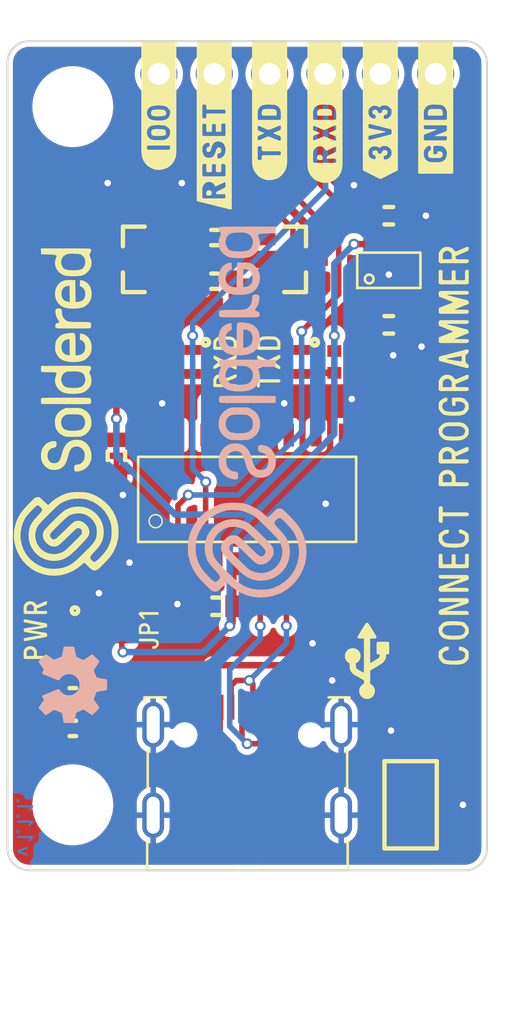
<source format=kicad_pcb>
(kicad_pcb (version 20210623) (generator pcbnew)
  (layers (0 "F.Cu" mixed) (31 "B.Cu" signal) (34 "B.Paste" user) (35 "F.Paste" user) (36 "B.SilkS" user "B.Silkscreen") (37 "F.SilkS" user "F.Silkscreen") (38 "B.Mask" user) (39 "F.Mask" user) (44 "Edge.Cuts" user))
  (net 0 "")
  (net 1 "VUSB")
  (net 2 "GND")
  (net 3 "+3V3")
  (net 4 "TXD0")
  (net 5 "Net-(D1-Pad1)")
  (net 6 "RXD0")
  (net 7 "Net-(D2-Pad1)")
  (net 8 "Net-(D3-Pad1)")
  (net 10 "D-")
  (net 11 "D+")
  (net 12 "Net-(K1-PadB5)")
  (net 14 "Net-(K1-PadA5)")
  (net 15 "RESET")
  (net 16 "IO0")
  (net 17 "RTS")
  (net 18 "Net-(Q1-Pad1)")
  (net 19 "DTR")
  (net 20 "Net-(Q2-Pad1)")
  (net 27 "Net-(F1-Pad2)")
  (net 28 "Net-(JP1-Pad2)")
  (footprint "buzzardLabel" (layer "F.Cu") (at 102 106.7 90)
    (fp_text reference "" (at 0 0 90) (layer "F.SilkS") (effects (font (size 1.27 1.27))))
    (fp_text value "" (at 0 0 90) (layer "F.SilkS") (effects (font (size 1.27 1.27))))
  )
  (footprint "Soldered Graphics:Logo-Back-SolderedFULL-17mm" (layer "F.Cu") (at 101 109 -90)
    (fp_text reference "REF**" hide)
    (fp_text value "Logo-Front-SolderedFULL-17mm" hide)
  )
  (footprint "e-radionica.com footprinti:U262-161N-4BVC11" (layer "F.Cu") (at 101 125)
    (fp_text reference "K1")
    (fp_text value "U262-161N-4BVC11")
    (pad "" np_thru_hole circle locked (at 2.913 -1.2) (size 0.65 0.65) (drill 0.65) (layers F&B.Cu *.Mask))
    (pad "" np_thru_hole circle locked (at -2.862 -1.2) (size 0.65 0.65) (drill 0.65) (layers F&B.Cu *.Mask))
    (pad "A1" smd rect locked (at -3.337 -2.475) (size 0.3 1.15) (layers "F.Cu" "F.Paste" "F.Mask") (net 2 "GND"))
    (pad "A4" smd rect locked (at -2.537 -2.475) (size 0.3 1.15) (layers "F.Cu" "F.Paste" "F.Mask") (net 27 "Net-(F1-Pad2)"))
    (pad "A5" smd rect locked (at -1.237 -2.475) (size 0.3 1.15) (layers "F.Cu" "F.Paste" "F.Mask") (net 14 "Net-(K1-PadA5)"))
    (pad "A6" smd rect locked (at -0.237 -2.475) (size 0.3 1.15) (layers "F.Cu" "F.Paste" "F.Mask") (net 11 "D+"))
    (pad "A7" smd rect locked (at 0.263 -2.475) (size 0.3 1.15) (layers "F.Cu" "F.Paste" "F.Mask") (net 10 "D-"))
    (pad "A8" smd rect locked (at 1.263 -2.475) (size 0.3 1.15) (layers "F.Cu" "F.Paste" "F.Mask"))
    (pad "A9" smd rect locked (at 2.563 -2.475) (size 0.3 1.15) (layers "F.Cu" "F.Paste" "F.Mask") (net 27 "Net-(F1-Pad2)"))
    (pad "A12" smd rect locked (at 3.338 -2.475) (size 0.3 1.15) (layers "F.Cu" "F.Paste" "F.Mask") (net 2 "GND"))
    (pad "B1" smd rect locked (at 3.138 -2.475) (size 0.3 1.15) (layers "F.Cu" "F.Paste" "F.Mask") (net 2 "GND"))
    (pad "B4" smd rect locked (at 2.363 -2.475) (size 0.3 1.15) (layers "F.Cu" "F.Paste" "F.Mask") (net 27 "Net-(F1-Pad2)"))
    (pad "B5" smd rect locked (at 1.763 -2.475) (size 0.3 1.15) (layers "F.Cu" "F.Paste" "F.Mask") (net 12 "Net-(K1-PadB5)"))
    (pad "B6" smd rect locked (at 0.763 -2.475) (size 0.3 1.15) (layers "F.Cu" "F.Paste" "F.Mask") (net 11 "D+"))
    (pad "B7" smd rect locked (at -0.737 -2.475) (size 0.3 1.15) (layers "F.Cu" "F.Paste" "F.Mask") (net 10 "D-"))
    (pad "B8" smd rect locked (at -1.737 -2.475) (size 0.3 1.15) (layers "F.Cu" "F.Paste" "F.Mask"))
    (pad "B9" smd rect locked (at -2.337 -2.475) (size 0.3 1.15) (layers "F.Cu" "F.Paste" "F.Mask") (net 27 "Net-(F1-Pad2)"))
    (pad "B12" smd rect locked (at -3.112 -2.475) (size 0.3 1.15) (layers "F.Cu" "F.Paste" "F.Mask") (net 2 "GND"))
    (pad "SH" thru_hole oval locked (at 4.313 -1.675) (size 1 2.1) (drill oval 0.6 1.7) (layers *.Cu *.Mask) (net 2 "GND"))
    (pad "SH" thru_hole oval locked (at -4.312 -1.675) (size 1 2.1) (drill oval 0.6 1.7) (layers *.Cu *.Mask) (net 2 "GND"))
    (pad "SH" thru_hole oval locked (at 4.313 2.475) (size 1 2.1) (drill oval 0.6 1.7) (layers *.Cu *.Mask) (net 2 "GND"))
    (pad "SH" thru_hole oval locked (at -4.312 2.475) (size 1 2.1) (drill oval 0.6 1.7) (layers *.Cu *.Mask) (net 2 "GND"))
  )
  (footprint "e-radionica.com footprinti:SOT-23-5" (layer "F.Cu") (at 107.5 102.5 90)
    (fp_text reference "U2")
    (fp_text value "SE5218")
    (pad "1" smd rect locked (at -1.1 -0.95 90) (size 0.7 0.45) (layers "F.Cu" "F.Paste" "F.Mask") (net 1 "VUSB"))
    (pad "2" smd rect locked (at -1.1 0 90) (size 0.7 0.45) (layers "F.Cu" "F.Paste" "F.Mask") (net 2 "GND"))
    (pad "3" smd rect locked (at -1.1 0.95 90) (size 0.7 0.45) (layers "F.Cu" "F.Paste" "F.Mask") (net 1 "VUSB"))
    (pad "4" smd rect locked (at 1.1 0.95 90) (size 0.7 0.45) (layers "F.Cu" "F.Paste" "F.Mask"))
    (pad "5" smd rect locked (at 1.1 -0.95 90) (size 0.7 0.45) (layers "F.Cu" "F.Paste" "F.Mask") (net 3 "+3V3"))
  )
  (footprint "e-radionica.com footprinti:SOT-23-3" (layer "F.Cu") (at 96 102 180)
    (fp_text reference "Q2")
    (fp_text value "NPN-SOT-23-3")
    (pad "1" smd rect locked (at -1.2 -0.95 270) (size 0.6 1) (layers "F.Cu" "F.Paste" "F.Mask") (net 20 "Net-(Q2-Pad1)"))
    (pad "2" smd rect locked (at -1.2 0.95 270) (size 0.6 1) (layers "F.Cu" "F.Paste" "F.Mask") (net 19 "DTR"))
    (pad "3" smd rect locked (at 1.2 0 270) (size 0.6 1) (layers "F.Cu" "F.Paste" "F.Mask") (net 16 "IO0"))
  )
  (footprint "e-radionica.com footprinti:0603R" (layer "F.Cu") (at 93 123.5 180)
    (fp_text reference "R1")
    (fp_text value "5.1k")
    (pad "1" smd rect locked (at -0.775 0 270) (size 1 0.64) (layers "F.Cu" "F.Paste" "F.Mask") (net 12 "Net-(K1-PadB5)"))
    (pad "2" smd rect locked (at 0.775 0 270) (size 1 0.64) (layers "F.Cu" "F.Paste" "F.Mask") (net 2 "GND"))
  )
  (footprint "buzzardLabel" (layer "F.Cu") (at 107.11 91.6 90)
    (fp_text reference "" (at 0 0 90) (layer "F.SilkS") (effects (font (size 1.27 1.27))))
    (fp_text value "" (at 0 0 90) (layer "F.SilkS") (effects (font (size 1.27 1.27))))
  )
  (footprint "e-radionica.com footprinti:SOT-23-3" (layer "F.Cu") (at 103 102)
    (fp_text reference "Q1")
    (fp_text value "NPN-SOT-23-3")
    (pad "1" smd rect locked (at -1.2 -0.95 90) (size 0.6 1) (layers "F.Cu" "F.Paste" "F.Mask") (net 18 "Net-(Q1-Pad1)"))
    (pad "2" smd rect locked (at -1.2 0.95 90) (size 0.6 1) (layers "F.Cu" "F.Paste" "F.Mask") (net 17 "RTS"))
    (pad "3" smd rect locked (at 1.2 0 90) (size 0.6 1) (layers "F.Cu" "F.Paste" "F.Mask") (net 15 "RESET"))
  )
  (footprint "buzzardLabel" (layer "F.Cu") (at 109.65 91.6 90)
    (fp_text reference "" (at 0 0 90) (layer "F.SilkS") (effects (font (size 1.27 1.27))))
    (fp_text value "" (at 0 0 90) (layer "F.SilkS") (effects (font (size 1.27 1.27))))
  )
  (footprint "e-radionica.com footprinti:0402LED" (layer "F.Cu") (at 98.5 106.7 90)
    (fp_text reference "D2")
    (fp_text value "blue")
    (pad "1" smd rect locked (at -0.55 0 180) (size 0.75 0.45) (layers "F.Cu" "F.Paste" "F.Mask") (net 7 "Net-(D2-Pad1)"))
    (pad "2" smd rect locked (at 0.55 0 180) (size 0.75 0.45) (layers "F.Cu" "F.Paste" "F.Mask") (net 6 "RXD0"))
  )
  (footprint "Soldered Graphics:Logo-Back-OSH-3.5mm" (layer "F.Cu") (at 93 121.5 -90)
    (fp_text reference "G***" hide)
    (fp_text value "LOGO" hide)
  )
  (footprint "e-radionica.com footprinti:0402R" (layer "F.Cu") (at 97 106.7 90)
    (fp_text reference "R4")
    (fp_text value "10k")
    (pad "1" smd rect locked (at -0.5 0 180) (size 0.64 0.54) (layers "F.Cu" "F.Paste" "F.Mask") (net 7 "Net-(D2-Pad1)"))
    (pad "2" smd rect locked (at 0.5 0 180) (size 0.64 0.54) (layers "F.Cu" "F.Paste" "F.Mask") (net 3 "+3V3"))
  )
  (footprint "Soldered Graphics:Symbol-Front-USB" (layer "F.Cu") (at 106.5 120.4)
    (fp_text reference "G***" hide)
    (fp_text value "LOGO" hide)
  )
  (footprint "Soldered Graphics:Logo-Front-SolderedFULL-15mm" (layer "F.Cu") (at 92.7 109 90)
    (fp_text reference "REF**" hide)
    (fp_text value "Logo-Front-SolderedFULL-15mm" hide)
  )
  (footprint "buzzardLabel" (layer "F.Cu") (at 110.5 111 90)
    (fp_text reference "" (at 0 0 90) (layer "F.SilkS") (effects (font (size 1.27 1.27))))
    (fp_text value "" (at 0 0 90) (layer "F.SilkS") (effects (font (size 1.27 1.27))))
  )
  (footprint "e-radionica.com footprinti:0402R" (layer "F.Cu") (at 105 106.7 90)
    (fp_text reference "R3")
    (fp_text value "10k")
    (pad "1" smd rect locked (at -0.5 0 180) (size 0.64 0.54) (layers "F.Cu" "F.Paste" "F.Mask") (net 5 "Net-(D1-Pad1)"))
    (pad "2" smd rect locked (at 0.5 0 180) (size 0.64 0.54) (layers "F.Cu" "F.Paste" "F.Mask") (net 3 "+3V3"))
  )
  (footprint "e-radionica.com footprinti:HOLE_3.2mm" (layer "F.Cu") (at 93 127)
    (fp_text reference "H2" hide)
    (fp_text value "HOLE_3.2mm" hide)
    (pad "" np_thru_hole circle locked (at 0 0) (size 3.2 3.2) (drill 3.2) (layers F&B.Cu *.Mask))
  )
  (footprint "buzzardLabel" (layer "F.Cu") (at 100 106.7 90)
    (fp_text reference "" (at 0 0 90) (layer "F.SilkS") (effects (font (size 1.27 1.27))))
    (fp_text value "" (at 0 0 90) (layer "F.SilkS") (effects (font (size 1.27 1.27))))
  )
  (footprint "e-radionica.com footprinti:SMD-JUMPER-CONNECTED_TRACE_SLODERMASK" (layer "F.Cu") (at 95.25 119 90)
    (fp_text reference "JP1")
    (fp_text value "SMD-JUMPER-CONNECTED_TRACE_SLODERMASK")
    (fp_poly (pts (xy 0.1 0.1) (xy -0.1 0.1) (xy -0.1 -0.1) (xy 0.1 -0.1)) (layer "F.Cu") (width 0.1) (fill solid))
    (pad "1" smd rect (at -0.35 0 90) (size 0.5 1) (layers "F.Cu" "F.Mask") (net 3 "+3V3"))
    (pad "2" smd rect (at 0.35 0 90) (size 0.5 1) (layers "F.Cu" "F.Mask") (net 28 "Net-(JP1-Pad2)"))
  )
  (footprint "e-radionica.com footprinti:0603C" (layer "F.Cu") (at 107.5 105 180)
    (fp_text reference "C3")
    (fp_text value "2.2uF")
    (pad "1" smd rect locked (at -0.73 0 180) (size 0.66 1) (layers "F.Cu" "F.Paste" "F.Mask") (net 2 "GND"))
    (pad "2" smd rect locked (at 0.73 0 180) (size 0.66 1) (layers "F.Cu" "F.Paste" "F.Mask") (net 1 "VUSB"))
  )
  (footprint "e-radionica.com footprinti:0603C" (layer "F.Cu") (at 95 111 90)
    (fp_text reference "C1")
    (fp_text value "0.1uF")
    (pad "1" smd rect locked (at -0.73 0 90) (size 0.66 1) (layers "F.Cu" "F.Paste" "F.Mask") (net 2 "GND"))
    (pad "2" smd rect locked (at 0.73 0 90) (size 0.66 1) (layers "F.Cu" "F.Paste" "F.Mask") (net 3 "+3V3"))
  )
  (footprint "e-radionica.com footprinti:FIDUCIAL_23" (layer "F.Cu") (at 101 128)
    (fp_text reference "FD1")
    (fp_text value "FIDUCIAL")
    (fp_circle (center 0 0) (end 1 0) (layer "F.Cu") (width 0.2) (fill none))
    (pad "1" smd circle (at 0 0) (size 1 1) (layers "F.Cu" "F.Paste" "F.Mask") (clearance 1.1))
  )
  (footprint "e-radionica.com footprinti:0603C" (layer "F.Cu") (at 99.6 117.9 180)
    (fp_text reference "C2")
    (fp_text value "0.1uF")
    (pad "1" smd rect locked (at -0.73 0 180) (size 0.66 1) (layers "F.Cu" "F.Paste" "F.Mask") (net 3 "+3V3"))
    (pad "2" smd rect locked (at 0.73 0 180) (size 0.66 1) (layers "F.Cu" "F.Paste" "F.Mask") (net 2 "GND"))
  )
  (footprint "e-radionica.com footprinti:0402LED" (layer "F.Cu") (at 103.5 106.7 90)
    (fp_text reference "D1")
    (fp_text value "white")
    (pad "1" smd rect locked (at -0.55 0 180) (size 0.75 0.45) (layers "F.Cu" "F.Paste" "F.Mask") (net 5 "Net-(D1-Pad1)"))
    (pad "2" smd rect locked (at 0.55 0 180) (size 0.75 0.45) (layers "F.Cu" "F.Paste" "F.Mask") (net 4 "TXD0"))
  )
  (footprint "buzzardLabel" (layer "F.Cu") (at 102.03 91.6 90)
    (fp_text reference "" (at 0 0 90) (layer "F.SilkS") (effects (font (size 1.27 1.27))))
    (fp_text value "" (at 0 0 90) (layer "F.SilkS") (effects (font (size 1.27 1.27))))
  )
  (footprint "e-radionica.com footprinti:0603C" (layer "F.Cu") (at 107.5 100 180)
    (fp_text reference "C4")
    (fp_text value "2.2uF")
    (pad "1" smd rect locked (at -0.73 0 180) (size 0.66 1) (layers "F.Cu" "F.Paste" "F.Mask") (net 2 "GND"))
    (pad "2" smd rect locked (at 0.73 0 180) (size 0.66 1) (layers "F.Cu" "F.Paste" "F.Mask") (net 3 "+3V3"))
  )
  (footprint "e-radionica.com footprinti:0402LED" (layer "F.Cu") (at 92.5 119 90)
    (fp_text reference "D3")
    (fp_text value "purple")
    (pad "1" smd rect locked (at -0.55 0 180) (size 0.75 0.45) (layers "F.Cu" "F.Paste" "F.Mask") (net 8 "Net-(D3-Pad1)"))
    (pad "2" smd rect locked (at 0.55 0 180) (size 0.75 0.45) (layers "F.Cu" "F.Paste" "F.Mask") (net 2 "GND"))
  )
  (footprint "e-radionica.com footprinti:0603R" (layer "F.Cu") (at 93 122 180)
    (fp_text reference "R2")
    (fp_text value "5.1k")
    (pad "1" smd rect locked (at -0.775 0 270) (size 1 0.64) (layers "F.Cu" "F.Paste" "F.Mask") (net 14 "Net-(K1-PadA5)"))
    (pad "2" smd rect locked (at 0.775 0 270) (size 1 0.64) (layers "F.Cu" "F.Paste" "F.Mask") (net 2 "GND"))
  )
  (footprint "buzzardLabel" (layer "F.Cu") (at 91.3 119 90)
    (fp_text reference "" (at 0 0 90) (layer "F.SilkS") (effects (font (size 1.27 1.27))))
    (fp_text value "" (at 0 0 90) (layer "F.SilkS") (effects (font (size 1.27 1.27))))
  )
  (footprint "e-radionica.com footprinti:HOLE_3.2mm" (layer "F.Cu") (at 93 95)
    (fp_text reference "H1" hide)
    (fp_text value "HOLE_3.2mm" hide)
    (pad "" np_thru_hole circle locked (at 0 0) (size 3.2 3.2) (drill 3.2) (layers F&B.Cu *.Mask))
  )
  (footprint "e-radionica.com footprinti:0603R" (layer "F.Cu") (at 99.5 103 180)
    (fp_text reference "R7")
    (fp_text value "10k")
    (pad "1" smd rect locked (at -0.775 0 270) (size 1 0.64) (layers "F.Cu" "F.Paste" "F.Mask") (net 17 "RTS"))
    (pad "2" smd rect locked (at 0.775 0 270) (size 1 0.64) (layers "F.Cu" "F.Paste" "F.Mask") (net 20 "Net-(Q2-Pad1)"))
  )
  (footprint "buzzardLabel" (layer "F.Cu") (at 104.57 91.6 90)
    (fp_text reference "" (at 0 0 90) (layer "F.SilkS") (effects (font (size 1.27 1.27))))
    (fp_text value "" (at 0 0 90) (layer "F.SilkS") (effects (font (size 1.27 1.27))))
  )
  (footprint "buzzardLabel" (layer "F.Cu") (at 96.95 91.6 90)
    (fp_text reference "" (at 0 0 90) (layer "F.SilkS") (effects (font (size 1.27 1.27))))
    (fp_text value "" (at 0 0 90) (layer "F.SilkS") (effects (font (size 1.27 1.27))))
  )
  (footprint "e-radionica.com footprinti:0402R" (layer "F.Cu") (at 93.75 119 -90)
    (fp_text reference "R5")
    (fp_text value "2k2")
    (pad "1" smd rect locked (at -0.5 0) (size 0.64 0.54) (layers "F.Cu" "F.Paste" "F.Mask") (net 28 "Net-(JP1-Pad2)"))
    (pad "2" smd rect locked (at 0.5 0) (size 0.64 0.54) (layers "F.Cu" "F.Paste" "F.Mask") (net 8 "Net-(D3-Pad1)"))
  )
  (footprint "buzzardLabel" (layer "F.Cu") (at 96.5 119 90)
    (fp_text reference "" (at 0 0 90) (layer "F.SilkS") (effects (font (size 1.27 1.27))))
    (fp_text value "" (at 0 0 90) (layer "F.SilkS") (effects (font (size 1.27 1.27))))
  )
  (footprint "e-radionica.com footprinti:SOP-16" (layer "F.Cu") (at 101 113 90)
    (fp_text reference "U1")
    (fp_text value "CH340C")
    (pad "1" smd rect locked (at -2.95 -4.445 90) (size 1.05 0.48) (layers "F.Cu" "F.Paste" "F.Mask") (net 2 "GND"))
    (pad "2" smd rect locked (at -2.95 -3.175 90) (size 1.05 0.48) (layers "F.Cu" "F.Paste" "F.Mask") (net 4 "TXD0"))
    (pad "3" smd rect locked (at -2.95 -1.905 90) (size 1.05 0.48) (layers "F.Cu" "F.Paste" "F.Mask") (net 6 "RXD0"))
    (pad "4" smd rect locked (at -2.95 -0.635 90) (size 1.05 0.48) (layers "F.Cu" "F.Paste" "F.Mask") (net 3 "+3V3"))
    (pad "5" smd rect locked (at -2.95 0.635 90) (size 1.05 0.48) (layers "F.Cu" "F.Paste" "F.Mask") (net 11 "D+"))
    (pad "6" smd rect locked (at -2.95 1.905 90) (size 1.05 0.48) (layers "F.Cu" "F.Paste" "F.Mask") (net 10 "D-"))
    (pad "7" smd rect locked (at -2.95 3.175 90) (size 1.05 0.48) (layers "F.Cu" "F.Paste" "F.Mask"))
    (pad "8" smd rect locked (at -2.95 4.445 90) (size 1.05 0.48) (layers "F.Cu" "F.Paste" "F.Mask"))
    (pad "9" smd rect locked (at 2.95 4.445 90) (size 1.05 0.48) (layers "F.Cu" "F.Paste" "F.Mask"))
    (pad "10" smd rect locked (at 2.95 3.175 90) (size 1.05 0.48) (layers "F.Cu" "F.Paste" "F.Mask"))
    (pad "11" smd rect locked (at 2.95 1.905 90) (size 1.05 0.48) (layers "F.Cu" "F.Paste" "F.Mask"))
    (pad "12" smd rect locked (at 2.95 0.635 90) (size 1.05 0.48) (layers "F.Cu" "F.Paste" "F.Mask"))
    (pad "13" smd rect locked (at 2.95 -0.635 90) (size 1.05 0.48) (layers "F.Cu" "F.Paste" "F.Mask") (net 19 "DTR"))
    (pad "14" smd rect locked (at 2.95 -1.905 90) (size 1.05 0.48) (layers "F.Cu" "F.Paste" "F.Mask") (net 17 "RTS"))
    (pad "15" smd rect locked (at 2.95 -3.175 90) (size 1.05 0.48) (layers "F.Cu" "F.Paste" "F.Mask"))
    (pad "16" smd rect locked (at 2.95 -4.445 90) (size 1.05 0.48) (layers "F.Cu" "F.Paste" "F.Mask") (net 3 "+3V3"))
  )
  (footprint "e-radionica.com footprinti:0603R" (layer "F.Cu") (at 99.5 101)
    (fp_text reference "R6")
    (fp_text value "10k")
    (pad "1" smd rect locked (at -0.775 0 90) (size 1 0.64) (layers "F.Cu" "F.Paste" "F.Mask") (net 19 "DTR"))
    (pad "2" smd rect locked (at 0.775 0 90) (size 1 0.64) (layers "F.Cu" "F.Paste" "F.Mask") (net 18 "Net-(Q1-Pad1)"))
  )
  (footprint "e-radionica.com footprinti:1206FUSE" (layer "F.Cu") (at 108.5 127 -90)
    (fp_text reference "F1")
    (fp_text value "1206FUSE-500mA")
    (pad "1" smd rect locked (at -1.4 0 270) (size 1 2) (layers "F.Cu" "F.Paste" "F.Mask") (net 1 "VUSB"))
    (pad "2" smd rect locked (at 1.4 0 270) (size 1 2) (layers "F.Cu" "F.Paste" "F.Mask") (net 27 "Net-(F1-Pad2)"))
  )
  (footprint "buzzardLabel" (layer "F.Cu") (at 99.49 91.6 90)
    (fp_text reference "" (at 0 0 90) (layer "F.SilkS") (effects (font (size 1.27 1.27))))
    (fp_text value "" (at 0 0 90) (layer "F.SilkS") (effects (font (size 1.27 1.27))))
  )
  (footprint "Soldered Graphics:Version1.1.1." (layer "B.Cu") (at 90.8 128 90)
    (fp_text reference "REF**" hide)
    (fp_text value "Version1.1.1." hide)
    (fp_poly (pts (xy 0.21 -0.35) (xy 0.26 -0.35) (xy 0.28 -0.31) (xy 0.28 0.35) (xy 0.24 0.38) (xy 0.19 0.38) (xy 0.15 0.34) (xy 0.04 0.22) (xy 0.02 0.17) (xy 0.05 0.16) (xy 0.14 0.22) (xy 0.18 0.23) (xy 0.18 -0.31) (xy 0.21 -0.35)) (layer "B.Cu") (width 0.01) (fill solid))
    (fp_poly (pts (xy 1.14 -0.38) (xy 1.19 -0.38) (xy 1.24 -0.37) (xy 1.25 -0.33) (xy 1.25 -0.27) (xy 1.2 -0.26) (xy 1.15 -0.26) (xy 1.12 -0.29) (xy 1.12 -0.34) (xy 1.14 -0.38)) (layer "B.Cu") (width 0.01) (fill solid))
    (fp_poly (pts (xy -0.27 -0.38) (xy -0.22 -0.38) (xy -0.17 -0.37) (xy -0.16 -0.33) (xy -0.16 -0.27) (xy -0.21 -0.26) (xy -0.26 -0.26) (xy -0.29 -0.29) (xy -0.29 -0.34) (xy -0.27 -0.38)) (layer "B.Cu") (width 0.01) (fill solid))
    (fp_poly (pts (xy -1.15 -0.35) (xy -1.1 -0.35) (xy -1.07 -0.31) (xy -0.92 0.1) (xy -0.94 0.13) (xy -0.99 0.13) (xy -1.02 0.1) (xy -1.11 -0.16) (xy -1.13 -0.21) (xy -1.15 -0.17) (xy -1.24 0.09) (xy -1.26 0.13) (xy -1.32 0.13) (xy -1.34 0.1) (xy -1.18 -0.31) (xy -1.15 -0.35)) (layer "B.Cu") (width 0.01) (fill solid))
    (fp_poly (pts (xy -0.5 -0.35) (xy -0.44 -0.35) (xy -0.43 -0.31) (xy -0.43 0.35) (xy -0.46 0.38) (xy -0.52 0.38) (xy -0.55 0.34) (xy -0.67 0.22) (xy -0.68 0.17) (xy -0.65 0.16) (xy -0.56 0.22) (xy -0.52 0.23) (xy -0.52 -0.31) (xy -0.5 -0.35)) (layer "B.Cu") (width 0.01) (fill solid))
    (fp_poly (pts (xy 0.43 -0.38) (xy 0.48 -0.38) (xy 0.54 -0.37) (xy 0.54 -0.33) (xy 0.54 -0.27) (xy 0.5 -0.26) (xy 0.45 -0.26) (xy 0.42 -0.29) (xy 0.42 -0.34) (xy 0.43 -0.38)) (layer "B.Cu") (width 0.01) (fill solid))
    (fp_poly (pts (xy 0.91 -0.35) (xy 0.96 -0.35) (xy 0.98 -0.31) (xy 0.98 0.35) (xy 0.95 0.38) (xy 0.89 0.38) (xy 0.86 0.34) (xy 0.74 0.22) (xy 0.73 0.17) (xy 0.76 0.16) (xy 0.85 0.22) (xy 0.89 0.23) (xy 0.89 -0.31) (xy 0.91 -0.35)) (layer "B.Cu") (width 0.01) (fill solid))
  )
  (footprint "e-radionica.com footprinti:HEADER_MALE_6X1" (layer "B.Cu") (at 103.3 93.5 180)
    (fp_text reference "K2")
    (fp_text value "NOVA_programmer_header")
    (pad "1" thru_hole circle locked (at -6.35 0 180) (size 1.7 1.7) (drill 1) (layers *.Cu *.Mask) (net 2 "GND"))
    (pad "2" thru_hole circle locked (at -3.81 0 180) (size 1.7 1.7) (drill 1) (layers *.Cu *.Mask) (net 3 "+3V3"))
    (pad "3" thru_hole circle locked (at -1.27 0 180) (size 1.7 1.7) (drill 1) (layers *.Cu *.Mask) (net 6 "RXD0"))
    (pad "4" thru_hole circle locked (at 1.27 0 180) (size 1.7 1.7) (drill 1) (layers *.Cu *.Mask) (net 4 "TXD0"))
    (pad "5" thru_hole circle locked (at 3.81 0 180) (size 1.7 1.7) (drill 1) (layers *.Cu *.Mask) (net 15 "RESET"))
    (pad "6" thru_hole circle locked (at 6.35 0 180) (size 1.7 1.7) (drill 1) (layers *.Cu *.Mask) (net 16 "IO0"))
  )
  (gr_arc (start 111 129) (end 112 129) (angle 90) (layer "Edge.Cuts") (width 0.1))
  (gr_arc (start 111 93) (end 111 92) (angle 90) (layer "Edge.Cuts") (width 0.1))
  (gr_line (start 111 92) (end 91 92) (layer "Edge.Cuts") (width 0.1))
  (gr_line (start 91 130) (end 111 130) (layer "Edge.Cuts") (width 0.1))
  (gr_line (start 90 93) (end 90 129) (layer "Edge.Cuts") (width 0.1))
  (gr_arc (start 91 129) (end 91 130) (angle 90) (layer "Edge.Cuts") (width 0.1))
  (gr_arc (start 91 93) (end 91 92) (angle -90) (layer "Edge.Cuts") (width 0.1))
  (gr_line (start 112 129) (end 112 93) (layer "Edge.Cuts") (width 0.1))
  (segment (start 108.45 102.55) (end 107.8 101.9) (width 0.254) (layer "F.Cu") (net 1))
  (segment (start 108.5 125.6) (end 108.5 120) (width 0.3) (layer "F.Cu") (net 1))
  (segment (start 106.55 103.6) (end 106.55 104.78) (width 0.3) (layer "F.Cu") (net 1))
  (segment (start 106.55 104.78) (end 106.77 105) (width 0.3) (layer "F.Cu") (net 1))
  (segment (start 106.55 102.55) (end 106.55 103.6) (width 0.254) (layer "F.Cu") (net 1))
  (segment (start 107.2 101.9) (end 106.55 102.55) (width 0.254) (layer "F.Cu") (net 1))
  (segment (start 108.45 103.6) (end 108.45 102.55) (width 0.254) (layer "F.Cu") (net 1))
  (segment (start 107.8 101.9) (end 107.2 101.9) (width 0.254) (layer "F.Cu") (net 1))
  (segment (start 107.85 119.35) (end 106.77 118.27) (width 0.3) (layer "F.Cu") (net 1))
  (segment (start 106.77 118.27) (end 106.77 105) (width 0.3) (layer "F.Cu") (net 1))
  (segment (start 108.5 120) (end 108 119.5) (width 0.3) (layer "F.Cu") (net 1))
  (segment (start 108 119.5) (end 107.85 119.35) (width 0.3) (layer "F.Cu") (net 1))
  (via (at 97.1 108.6) (size 0.5) (drill 0.3) (layers "F.Cu" "B.Cu") (net 2))
  (via (at 104 119.6) (size 0.5) (drill 0.3) (layers "F.Cu" "B.Cu") (net 2))
  (via (at 105.8 108.4) (size 0.5) (drill 0.3) (layers "F.Cu" "B.Cu") (net 2))
  (via (at 105.9 98.6) (size 0.5) (drill 0.3) (layers "F.Cu" "B.Cu") (net 2))
  (via (at 104.9 121.3) (size 0.5) (drill 0.3) (layers "F.Cu" "B.Cu") (net 2))
  (via (at 94.6 98.5) (size 0.5) (drill 0.3) (layers "F.Cu" "B.Cu") (net 2))
  (via (at 109 106) (size 0.5) (drill 0.3) (layers "F.Cu" "B.Cu") (net 2))
  (via (at 94.2 117.3) (size 0.5) (drill 0.3) (layers "F.Cu" "B.Cu") (net 2))
  (via (at 97.8 117.8) (size 0.5) (drill 0.3) (layers "F.Cu" "B.Cu") (net 2))
  (via (at 107.6 123.6) (size 0.5) (drill 0.3) (layers "F.Cu" "B.Cu") (net 2))
  (via (at 102.7 108.6) (size 0.5) (drill 0.3) (layers "F.Cu" "B.Cu") (net 2))
  (via (at 107.7 106.4) (size 0.5) (drill 0.3) (layers "F.Cu" "B.Cu") (net 2))
  (via (at 104.6 113.2) (size 0.5) (drill 0.3) (layers "F.Cu" "B.Cu") (net 2))
  (via (at 107.5 102.7) (size 0.5) (drill 0.3) (layers "F.Cu" "B.Cu") (net 2))
  (via (at 110.9 127) (size 0.5) (drill 0.3) (layers "F.Cu" "B.Cu") (net 2))
  (via (at 98 98.5) (size 0.5) (drill 0.3) (layers "F.Cu" "B.Cu") (net 2))
  (via (at 109.2 100) (size 0.5) (drill 0.3) (layers "F.Cu" "B.Cu") (net 2))
  (via (at 95.6 115.9) (size 0.5) (drill 0.3) (layers "F.Cu" "B.Cu") (net 2))
  (via (at 95.3 112.8) (size 0.5) (drill 0.3) (layers "F.Cu" "B.Cu") (net 2))
  (segment (start 107.11 97.89) (end 106.77 98.23) (width 0.254) (layer "F.Cu") (net 3))
  (segment (start 106.77 98.23) (end 106.77 100) (width 0.254) (layer "F.Cu") (net 3))
  (segment (start 95.25 119.95) (end 95.25 119.35) (width 0.254) (layer "F.Cu") (net 3))
  (segment (start 105 106.2) (end 105 105.5) (width 0.3) (layer "F.Cu") (net 3))
  (segment (start 100.33 118.67) (end 100.2 118.8) (width 0.3) (layer "F.Cu") (net 3))
  (segment (start 106.77 100) (end 106.77 101.18) (width 0.3) (layer "F.Cu") (net 3))
  (segment (start 100.33 117.9) (end 100.33 118.67) (width 0.3) (layer "F.Cu") (net 3))
  (segment (start 96.555 110.05) (end 95.95 110.05) (width 0.3) (layer "F.Cu") (net 3))
  (segment (start 95.73 110.27) (end 95 110.27) (width 0.3) (layer "F.Cu") (net 3))
  (segment (start 95.95 110.05) (end 95.73 110.27) (width 0.3) (layer "F.Cu") (net 3))
  (segment (start 107.11 93.5) (end 107.11 97.89) (width 0.254) (layer "F.Cu") (net 3))
  (segment (start 96.3 106.2) (end 97 106.2) (width 0.3) (layer "F.Cu") (net 3))
  (segment (start 100.365 117.865) (end 100.33 117.9) (width 0.3) (layer "F.Cu") (net 3))
  (segment (start 95 107.5) (end 96.3 106.2) (width 0.3) (layer "F.Cu") (net 3))
  (segment (start 95 109.3) (end 95 110.27) (width 0.3) (layer "F.Cu") (net 3))
  (segment (start 105.9 101.3) (end 106.45 101.3) (width 0.3) (layer "F.Cu") (net 3))
  (segment (start 95 109.3) (end 95 107.5) (width 0.3) (layer "F.Cu") (net 3))
  (segment (start 95.3 120) (end 95.25 119.95) (width 0.254) (layer "F.Cu") (net 3))
  (segment (start 100.365 115.95) (end 100.365 117.865) (width 0.3) (layer "F.Cu") (net 3))
  (segment (start 106.77 101.18) (end 106.55 101.4) (width 0.3) (layer "F.Cu") (net 3))
  (segment (start 106.45 101.3) (end 106.55 101.4) (width 0.3) (layer "F.Cu") (net 3))
  (via (at 105 105.5) (size 0.5) (drill 0.3) (layers "F.Cu" "B.Cu") (net 3))
  (via (at 95.3 120) (size 0.5) (drill 0.3) (layers "F.Cu" "B.Cu") (net 3))
  (via (at 105.9 101.3) (size 0.5) (drill 0.3) (layers "F.Cu" "B.Cu") (net 3))
  (via (at 100.2 118.8) (size 0.5) (drill 0.3) (layers "F.Cu" "B.Cu") (net 3))
  (via (at 95 109.3) (size 0.5) (drill 0.3) (layers "F.Cu" "B.Cu") (net 3))
  (segment (start 95 111) (end 95 109.3) (width 0.3) (layer "B.Cu") (net 3))
  (segment (start 95.3 120) (end 99 120) (width 0.3) (layer "B.Cu") (net 3))
  (segment (start 97.7 113.7) (end 96.8 112.8) (width 0.3) (layer "B.Cu") (net 3))
  (segment (start 105 110) (end 101.3 113.7) (width 0.3) (layer "B.Cu") (net 3))
  (segment (start 105 105.5) (end 105 102.2) (width 0.3) (layer "B.Cu") (net 3))
  (segment (start 105 102.2) (end 105.9 101.3) (width 0.3) (layer "B.Cu") (net 3))
  (segment (start 101.3 113.7) (end 97.7 113.7) (width 0.3) (layer "B.Cu") (net 3))
  (segment (start 96.8 112.8) (end 95 111) (width 0.3) (layer "B.Cu") (net 3))
  (segment (start 100.2 114.8) (end 101.3 113.7) (width 0.3) (layer "B.Cu") (net 3))
  (segment (start 99 120) (end 100.2 118.8) (width 0.3) (layer "B.Cu") (net 3))
  (segment (start 105 105.5) (end 105 110) (width 0.3) (layer "B.Cu") (net 3))
  (segment (start 100.2 118.8) (end 100.2 114.8) (width 0.3) (layer "B.Cu") (net 3))
  (segment (start 103.5 105.3) (end 105.2 103.6) (width 0.254) (layer "F.Cu") (net 4))
  (segment (start 102.03 96.23) (end 102.03 93.5) (width 0.254) (layer "F.Cu") (net 4))
  (segment (start 97.825 113.275) (end 97.825 115.95) (width 0.254) (layer "F.Cu") (net 4))
  (segment (start 103.5 105.3) (end 103.5 106.15) (width 0.254) (layer "F.Cu") (net 4))
  (segment (start 105.2 103.6) (end 105.2 99.4) (width 0.254) (layer "F.Cu") (net 4))
  (segment (start 98.3 112.8) (end 97.825 113.275) (width 0.254) (layer "F.Cu") (net 4))
  (segment (start 105.2 99.4) (end 102.03 96.23) (width 0.254) (layer "F.Cu") (net 4))
  (via (at 103.5 105.3) (size 0.5) (drill 0.3) (layers "F.Cu" "B.Cu") (net 4))
  (via (at 98.3 112.8) (size 0.5) (drill 0.3) (layers "F.Cu" "B.Cu") (net 4))
  (segment (start 98.3 112.8) (end 100.6 112.8) (width 0.254) (layer "B.Cu") (net 4))
  (segment (start 100.6 112.8) (end 103.5 109.9) (width 0.254) (layer "B.Cu") (net 4))
  (segment (start 103.5 109.9) (end 103.5 105.3) (width 0.254) (layer "B.Cu") (net 4))
  (segment (start 103.55 107.2) (end 103.5 107.25) (width 0.25) (layer "F.Cu") (net 5))
  (segment (start 105 107.2) (end 103.55 107.2) (width 0.3) (layer "F.Cu") (net 5))
  (segment (start 99.1 112.2) (end 99.095 112.205) (width 0.254) (layer "F.Cu") (net 6))
  (segment (start 98.5 105.5) (end 98.5 106.15) (width 0.254) (layer "F.Cu") (net 6))
  (segment (start 99.095 112.205) (end 99.095 115.95) (width 0.254) (layer "F.Cu") (net 6))
  (via (at 98.5 105.5) (size 0.5) (drill 0.3) (layers "F.Cu" "B.Cu") (net 6))
  (via (at 99.1 112.2) (size 0.5) (drill 0.3) (layers "F.Cu" "B.Cu") (net 6))
  (segment (start 104.6 98.8) (end 104.6 93.53) (width 0.254) (layer "B.Cu") (net 6))
  (segment (start 98.5 104.9) (end 104.6 98.8) (width 0.254) (layer "B.Cu") (net 6))
  (segment (start 98.5 105.5) (end 98.5 104.9) (width 0.254) (layer "B.Cu") (net 6))
  (segment (start 98.5 111.6) (end 98.5 105.5) (width 0.254) (layer "B.Cu") (net 6))
  (segment (start 104.6 93.53) (end 104.57 93.5) (width 0.254) (layer "B.Cu") (net 6))
  (segment (start 99.1 112.2) (end 98.5 111.6) (width 0.254) (layer "B.Cu") (net 6))
  (segment (start 97 107.2) (end 98.45 107.2) (width 0.3) (layer "F.Cu") (net 7))
  (segment (start 98.45 107.2) (end 98.5 107.25) (width 0.25) (layer "F.Cu") (net 7))
  (segment (start 93.7 119.55) (end 93.75 119.5) (width 0.25) (layer "F.Cu") (net 8))
  (segment (start 92.5 119.55) (end 93.7 119.55) (width 0.25) (layer "F.Cu") (net 8))
  (segment (start 101.1 121.3) (end 101.263 121.463) (width 0.254) (layer "F.Cu") (net 10))
  (segment (start 100.263 122.525) (end 100.263 121.537) (width 0.254) (layer "F.Cu") (net 10))
  (segment (start 100.263 121.537) (end 100.5 121.3) (width 0.254) (layer "F.Cu") (net 10))
  (segment (start 100.5 121.3) (end 101.1 121.3) (width 0.254) (layer "F.Cu") (net 10))
  (segment (start 101.263 121.463) (end 101.263 122.525) (width 0.254) (layer "F.Cu") (net 10))
  (segment (start 102.8 118.8) (end 102.8 116.055) (width 0.254) (layer "F.Cu") (net 10))
  (segment (start 102.8 116.055) (end 102.905 115.95) (width 0.254) (layer "F.Cu") (net 10))
  (via (at 102.8 118.8) (size 0.5) (drill 0.3) (layers "F.Cu" "B.Cu") (net 10))
  (via (at 101.1 121.3) (size 0.5) (drill 0.3) (layers "F.Cu" "B.Cu") (net 10))
  (segment (start 102.8 119.6) (end 101.1 121.3) (width 0.254) (layer "B.Cu") (net 10))
  (segment (start 102.8 118.8) (end 102.8 119.6) (width 0.254) (layer "B.Cu") (net 10))
  (segment (start 101.6 115.985) (end 101.635 115.95) (width 0.254) (layer "F.Cu") (net 11))
  (segment (start 101.6 118.8) (end 101.6 115.985) (width 0.254) (layer "F.Cu") (net 11))
  (segment (start 101.763 123.937) (end 101.5 124.2) (width 0.254) (layer "F.Cu") (net 11))
  (segment (start 101.5 124.2) (end 101 124.2) (width 0.254) (layer "F.Cu") (net 11))
  (segment (start 101.763 122.525) (end 101.763 123.937) (width 0.254) (layer "F.Cu") (net 11))
  (segment (start 101 124.2) (end 100.763 123.963) (width 0.254) (layer "F.Cu") (net 11))
  (segment (start 100.763 123.963) (end 100.763 122.525) (width 0.254) (layer "F.Cu") (net 11))
  (via (at 101 124.2) (size 0.5) (drill 0.3) (layers "F.Cu" "B.Cu") (net 11))
  (via (at 101.6 118.8) (size 0.5) (drill 0.3) (layers "F.Cu" "B.Cu") (net 11))
  (segment (start 101.6 118.8) (end 101.6 119.4) (width 0.254) (layer "B.Cu") (net 11))
  (segment (start 100.2 123.4) (end 101 124.2) (width 0.254) (layer "B.Cu") (net 11))
  (segment (start 101.6 119.4) (end 100.2 120.8) (width 0.254) (layer "B.Cu") (net 11))
  (segment (start 100.2 120.8) (end 100.2 123.4) (width 0.254) (layer "B.Cu") (net 11))
  (segment (start 101.8 125.7) (end 102.763 124.737) (width 0.25) (layer "F.Cu") (net 12))
  (segment (start 102.8 122.562) (end 102.763 122.525) (width 0.25) (layer "F.Cu") (net 12))
  (segment (start 93.775 123.675) (end 95.8 125.7) (width 0.25) (layer "F.Cu") (net 12))
  (segment (start 93.775 123.5) (end 93.775 123.675) (width 0.25) (layer "F.Cu") (net 12))
  (segment (start 102.763 124.737) (end 102.763 122.525) (width 0.25) (layer "F.Cu") (net 12))
  (segment (start 95.8 125.7) (end 101.8 125.7) (width 0.25) (layer "F.Cu") (net 12))
  (segment (start 95.2 124.4) (end 96 125.2) (width 0.25) (layer "F.Cu") (net 14))
  (segment (start 96 125.2) (end 99 125.2) (width 0.25) (layer "F.Cu") (net 14))
  (segment (start 95.2 122.9) (end 95.2 124.4) (width 0.25) (layer "F.Cu") (net 14))
  (segment (start 99 125.2) (end 99.763 124.437) (width 0.25) (layer "F.Cu") (net 14))
  (segment (start 99.763 124.437) (end 99.763 122.525) (width 0.25) (layer "F.Cu") (net 14))
  (segment (start 93.775 122) (end 94.3 122) (width 0.25) (layer "F.Cu") (net 14))
  (segment (start 94.3 122) (end 95.2 122.9) (width 0.25) (layer "F.Cu") (net 14))
  (segment (start 104.2 102) (end 104.2 100.1) (width 0.25) (layer "F.Cu") (net 15))
  (segment (start 99.49 95.39) (end 99.49 93.5) (width 0.25) (layer "F.Cu") (net 15))
  (segment (start 104.2 100.1) (end 99.49 95.39) (width 0.25) (layer "F.Cu") (net 15))
  (segment (start 94.8 100.5) (end 96.95 98.35) (width 0.25) (layer "F.Cu") (net 16))
  (segment (start 94.8 102) (end 94.8 100.5) (width 0.25) (layer "F.Cu") (net 16))
  (segment (start 96.95 98.35) (end 96.95 93.5) (width 0.25) (layer "F.Cu") (net 16))
  (segment (start 100.275 107.325) (end 100.275 103) (width 0.254) (layer "F.Cu") (net 17))
  (segment (start 101.75 103) (end 101.8 102.95) (width 0.254) (layer "F.Cu") (net 17))
  (segment (start 100.275 103) (end 101.75 103) (width 0.254) (layer "F.Cu") (net 17))
  (segment (start 99.095 110.05) (end 99.095 108.505) (width 0.254) (layer "F.Cu") (net 17))
  (segment (start 99.095 108.505) (end 100.275 107.325) (width 0.254) (layer "F.Cu") (net 17))
  (segment (start 101.75 101) (end 101.8 101.05) (width 0.25) (layer "F.Cu") (net 18))
  (segment (start 100.275 101) (end 101.75 101) (width 0.25) (layer "F.Cu") (net 18))
  (segment (start 101.2 105.7) (end 103.1 103.8) (width 0.25) (layer "F.Cu") (net 19))
  (segment (start 102 99.5) (end 99.4 99.5) (width 0.25) (layer "F.Cu") (net 19))
  (segment (start 101.2 107.8) (end 101.2 105.7) (width 0.25) (layer "F.Cu") (net 19))
  (segment (start 100.365 110.05) (end 100.365 108.635) (width 0.25) (layer "F.Cu") (net 19))
  (segment (start 103.1 100.6) (end 102 99.5) (width 0.25) (layer "F.Cu") (net 19))
  (segment (start 103.1 103.8) (end 103.1 100.6) (width 0.25) (layer "F.Cu") (net 19))
  (segment (start 97.25 101) (end 97.2 101.05) (width 0.25) (layer "F.Cu") (net 19))
  (segment (start 98.725 100.175) (end 98.725 101) (width 0.25) (layer "F.Cu") (net 19))
  (segment (start 98.725 101) (end 97.25 101) (width 0.25) (layer "F.Cu") (net 19))
  (segment (start 100.365 108.635) (end 101.2 107.8) (width 0.25) (layer "F.Cu") (net 19))
  (segment (start 99.4 99.5) (end 98.725 100.175) (width 0.25) (layer "F.Cu") (net 19))
  (segment (start 98.675 102.95) (end 98.725 103) (width 0.25) (layer "F.Cu") (net 20))
  (segment (start 97.2 102.95) (end 98.675 102.95) (width 0.25) (layer "F.Cu") (net 20))
  (segment (start 99.4 120.6) (end 102.8 120.6) (width 0.3) (layer "F.Cu") (net 27))
  (segment (start 105.7 120.6) (end 106.7 121.6) (width 0.3) (layer "F.Cu") (net 27))
  (segment (start 104.1 120.6) (end 105.7 120.6) (width 0.3) (layer "F.Cu") (net 27))
  (segment (start 98.663 121.337) (end 99.4 120.6) (width 0.3) (layer "F.Cu") (net 27))
  (segment (start 106.7 126.6) (end 108.5 128.4) (width 0.3) (layer "F.Cu") (net 27))
  (segment (start 103.563 122.525) (end 103.563 121.137) (width 0.3) (layer "F.Cu") (net 27))
  (segment (start 106.7 121.6) (end 106.7 126.6) (width 0.3) (layer "F.Cu") (net 27))
  (segment (start 103.563 121.137) (end 104.1 120.6) (width 0.3) (layer "F.Cu") (net 27))
  (segment (start 104.1 120.6) (end 103.8 120.6) (width 0.3) (layer "F.Cu") (net 27))
  (segment (start 103.8 120.6) (end 102.8 120.6) (width 0.3) (layer "F.Cu") (net 27))
  (segment (start 98.663 122.525) (end 98.663 121.337) (width 0.3) (layer "F.Cu") (net 27))
  (segment (start 93.75 118.5) (end 95.1 118.5) (width 0.25) (layer "F.Cu") (net 28))
  (segment (start 95.1 118.5) (end 95.25 118.65) (width 0.25) (layer "F.Cu") (net 28))
  (zone (net 2) (net_name "GND") (layers F&B.Cu) (connect_pads (clearance 0.254)) (min_thickness 0.254) (fill yes (thermal_gap 0.254) (thermal_bridge_width 0.254))
    (polygon (pts (xy 112 130) (xy 90 130) (xy 90 92) (xy 112 92)))
  )
)
</source>
